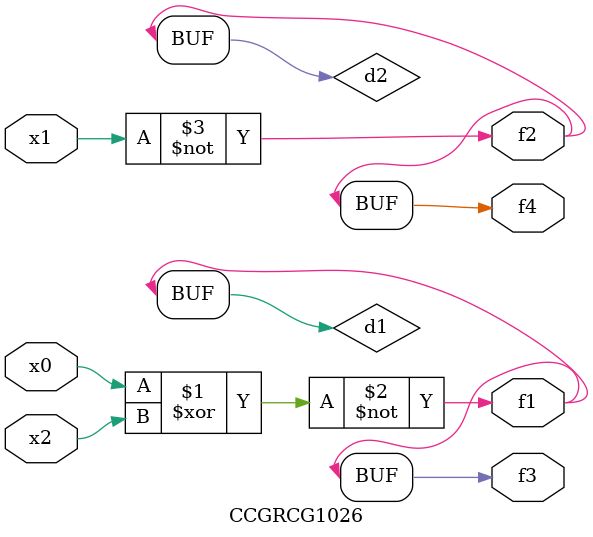
<source format=v>
module CCGRCG1026(
	input x0, x1, x2,
	output f1, f2, f3, f4
);

	wire d1, d2, d3;

	xnor (d1, x0, x2);
	nand (d2, x1);
	nor (d3, x1, x2);
	assign f1 = d1;
	assign f2 = d2;
	assign f3 = d1;
	assign f4 = d2;
endmodule

</source>
